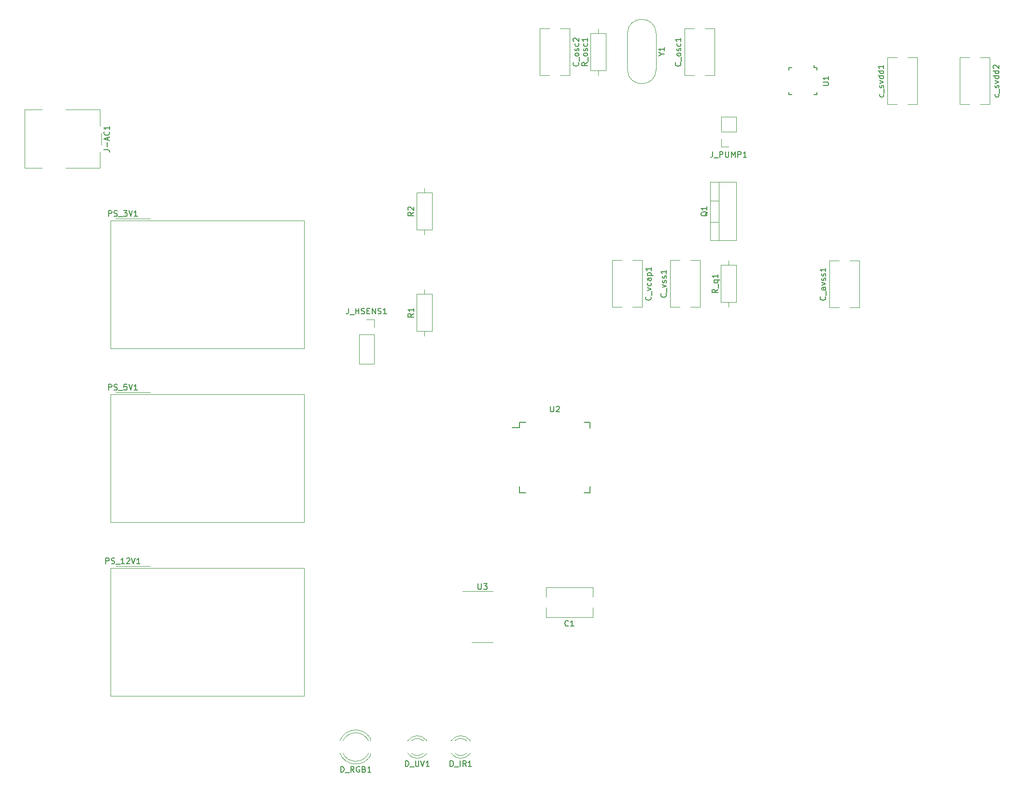
<source format=gbr>
%TF.GenerationSoftware,KiCad,Pcbnew,(6.0.7)*%
%TF.CreationDate,2022-11-30T23:51:13-03:00*%
%TF.ProjectId,ea075_project,65613037-355f-4707-926f-6a6563742e6b,rev?*%
%TF.SameCoordinates,Original*%
%TF.FileFunction,Legend,Top*%
%TF.FilePolarity,Positive*%
%FSLAX46Y46*%
G04 Gerber Fmt 4.6, Leading zero omitted, Abs format (unit mm)*
G04 Created by KiCad (PCBNEW (6.0.7)) date 2022-11-30 23:51:13*
%MOMM*%
%LPD*%
G01*
G04 APERTURE LIST*
%ADD10C,0.150000*%
%ADD11C,0.120000*%
G04 APERTURE END LIST*
D10*
%TO.C,C_vss1*%
X169327142Y-82938095D02*
X169374761Y-82985714D01*
X169422380Y-83128571D01*
X169422380Y-83223809D01*
X169374761Y-83366666D01*
X169279523Y-83461904D01*
X169184285Y-83509523D01*
X168993809Y-83557142D01*
X168850952Y-83557142D01*
X168660476Y-83509523D01*
X168565238Y-83461904D01*
X168470000Y-83366666D01*
X168422380Y-83223809D01*
X168422380Y-83128571D01*
X168470000Y-82985714D01*
X168517619Y-82938095D01*
X169517619Y-82747619D02*
X169517619Y-81985714D01*
X168755714Y-81842857D02*
X169422380Y-81604761D01*
X168755714Y-81366666D01*
X169374761Y-81033333D02*
X169422380Y-80938095D01*
X169422380Y-80747619D01*
X169374761Y-80652380D01*
X169279523Y-80604761D01*
X169231904Y-80604761D01*
X169136666Y-80652380D01*
X169089047Y-80747619D01*
X169089047Y-80890476D01*
X169041428Y-80985714D01*
X168946190Y-81033333D01*
X168898571Y-81033333D01*
X168803333Y-80985714D01*
X168755714Y-80890476D01*
X168755714Y-80747619D01*
X168803333Y-80652380D01*
X169374761Y-80223809D02*
X169422380Y-80128571D01*
X169422380Y-79938095D01*
X169374761Y-79842857D01*
X169279523Y-79795238D01*
X169231904Y-79795238D01*
X169136666Y-79842857D01*
X169089047Y-79938095D01*
X169089047Y-80080952D01*
X169041428Y-80176190D01*
X168946190Y-80223809D01*
X168898571Y-80223809D01*
X168803333Y-80176190D01*
X168755714Y-80080952D01*
X168755714Y-79938095D01*
X168803333Y-79842857D01*
X169422380Y-78842857D02*
X169422380Y-79414285D01*
X169422380Y-79128571D02*
X168422380Y-79128571D01*
X168565238Y-79223809D01*
X168660476Y-79319047D01*
X168708095Y-79414285D01*
%TO.C,C_vcap1*%
X166667142Y-83461904D02*
X166714761Y-83509523D01*
X166762380Y-83652380D01*
X166762380Y-83747619D01*
X166714761Y-83890476D01*
X166619523Y-83985714D01*
X166524285Y-84033333D01*
X166333809Y-84080952D01*
X166190952Y-84080952D01*
X166000476Y-84033333D01*
X165905238Y-83985714D01*
X165810000Y-83890476D01*
X165762380Y-83747619D01*
X165762380Y-83652380D01*
X165810000Y-83509523D01*
X165857619Y-83461904D01*
X166857619Y-83271428D02*
X166857619Y-82509523D01*
X166095714Y-82366666D02*
X166762380Y-82128571D01*
X166095714Y-81890476D01*
X166714761Y-81080952D02*
X166762380Y-81176190D01*
X166762380Y-81366666D01*
X166714761Y-81461904D01*
X166667142Y-81509523D01*
X166571904Y-81557142D01*
X166286190Y-81557142D01*
X166190952Y-81509523D01*
X166143333Y-81461904D01*
X166095714Y-81366666D01*
X166095714Y-81176190D01*
X166143333Y-81080952D01*
X166762380Y-80223809D02*
X166238571Y-80223809D01*
X166143333Y-80271428D01*
X166095714Y-80366666D01*
X166095714Y-80557142D01*
X166143333Y-80652380D01*
X166714761Y-80223809D02*
X166762380Y-80319047D01*
X166762380Y-80557142D01*
X166714761Y-80652380D01*
X166619523Y-80700000D01*
X166524285Y-80700000D01*
X166429047Y-80652380D01*
X166381428Y-80557142D01*
X166381428Y-80319047D01*
X166333809Y-80223809D01*
X166095714Y-79747619D02*
X167095714Y-79747619D01*
X166143333Y-79747619D02*
X166095714Y-79652380D01*
X166095714Y-79461904D01*
X166143333Y-79366666D01*
X166190952Y-79319047D01*
X166286190Y-79271428D01*
X166571904Y-79271428D01*
X166667142Y-79319047D01*
X166714761Y-79366666D01*
X166762380Y-79461904D01*
X166762380Y-79652380D01*
X166714761Y-79747619D01*
X166762380Y-78319047D02*
X166762380Y-78890476D01*
X166762380Y-78604761D02*
X165762380Y-78604761D01*
X165905238Y-78700000D01*
X166000476Y-78795238D01*
X166048095Y-78890476D01*
%TO.C,c_svdd2*%
X227674761Y-47949523D02*
X227722380Y-48044761D01*
X227722380Y-48235238D01*
X227674761Y-48330476D01*
X227627142Y-48378095D01*
X227531904Y-48425714D01*
X227246190Y-48425714D01*
X227150952Y-48378095D01*
X227103333Y-48330476D01*
X227055714Y-48235238D01*
X227055714Y-48044761D01*
X227103333Y-47949523D01*
X227817619Y-47759047D02*
X227817619Y-46997142D01*
X227674761Y-46806666D02*
X227722380Y-46711428D01*
X227722380Y-46520952D01*
X227674761Y-46425714D01*
X227579523Y-46378095D01*
X227531904Y-46378095D01*
X227436666Y-46425714D01*
X227389047Y-46520952D01*
X227389047Y-46663809D01*
X227341428Y-46759047D01*
X227246190Y-46806666D01*
X227198571Y-46806666D01*
X227103333Y-46759047D01*
X227055714Y-46663809D01*
X227055714Y-46520952D01*
X227103333Y-46425714D01*
X227055714Y-46044761D02*
X227722380Y-45806666D01*
X227055714Y-45568571D01*
X227722380Y-44759047D02*
X226722380Y-44759047D01*
X227674761Y-44759047D02*
X227722380Y-44854285D01*
X227722380Y-45044761D01*
X227674761Y-45140000D01*
X227627142Y-45187619D01*
X227531904Y-45235238D01*
X227246190Y-45235238D01*
X227150952Y-45187619D01*
X227103333Y-45140000D01*
X227055714Y-45044761D01*
X227055714Y-44854285D01*
X227103333Y-44759047D01*
X227722380Y-43854285D02*
X226722380Y-43854285D01*
X227674761Y-43854285D02*
X227722380Y-43949523D01*
X227722380Y-44140000D01*
X227674761Y-44235238D01*
X227627142Y-44282857D01*
X227531904Y-44330476D01*
X227246190Y-44330476D01*
X227150952Y-44282857D01*
X227103333Y-44235238D01*
X227055714Y-44140000D01*
X227055714Y-43949523D01*
X227103333Y-43854285D01*
X226817619Y-43425714D02*
X226770000Y-43378095D01*
X226722380Y-43282857D01*
X226722380Y-43044761D01*
X226770000Y-42949523D01*
X226817619Y-42901904D01*
X226912857Y-42854285D01*
X227008095Y-42854285D01*
X227150952Y-42901904D01*
X227722380Y-43473333D01*
X227722380Y-42854285D01*
%TO.C,c_svdd1*%
X207474761Y-47949523D02*
X207522380Y-48044761D01*
X207522380Y-48235238D01*
X207474761Y-48330476D01*
X207427142Y-48378095D01*
X207331904Y-48425714D01*
X207046190Y-48425714D01*
X206950952Y-48378095D01*
X206903333Y-48330476D01*
X206855714Y-48235238D01*
X206855714Y-48044761D01*
X206903333Y-47949523D01*
X207617619Y-47759047D02*
X207617619Y-46997142D01*
X207474761Y-46806666D02*
X207522380Y-46711428D01*
X207522380Y-46520952D01*
X207474761Y-46425714D01*
X207379523Y-46378095D01*
X207331904Y-46378095D01*
X207236666Y-46425714D01*
X207189047Y-46520952D01*
X207189047Y-46663809D01*
X207141428Y-46759047D01*
X207046190Y-46806666D01*
X206998571Y-46806666D01*
X206903333Y-46759047D01*
X206855714Y-46663809D01*
X206855714Y-46520952D01*
X206903333Y-46425714D01*
X206855714Y-46044761D02*
X207522380Y-45806666D01*
X206855714Y-45568571D01*
X207522380Y-44759047D02*
X206522380Y-44759047D01*
X207474761Y-44759047D02*
X207522380Y-44854285D01*
X207522380Y-45044761D01*
X207474761Y-45140000D01*
X207427142Y-45187619D01*
X207331904Y-45235238D01*
X207046190Y-45235238D01*
X206950952Y-45187619D01*
X206903333Y-45140000D01*
X206855714Y-45044761D01*
X206855714Y-44854285D01*
X206903333Y-44759047D01*
X207522380Y-43854285D02*
X206522380Y-43854285D01*
X207474761Y-43854285D02*
X207522380Y-43949523D01*
X207522380Y-44140000D01*
X207474761Y-44235238D01*
X207427142Y-44282857D01*
X207331904Y-44330476D01*
X207046190Y-44330476D01*
X206950952Y-44282857D01*
X206903333Y-44235238D01*
X206855714Y-44140000D01*
X206855714Y-43949523D01*
X206903333Y-43854285D01*
X207522380Y-42854285D02*
X207522380Y-43425714D01*
X207522380Y-43140000D02*
X206522380Y-43140000D01*
X206665238Y-43235238D01*
X206760476Y-43330476D01*
X206808095Y-43425714D01*
%TO.C,C_osc2*%
X153967142Y-42393333D02*
X154014761Y-42440952D01*
X154062380Y-42583809D01*
X154062380Y-42679047D01*
X154014761Y-42821904D01*
X153919523Y-42917142D01*
X153824285Y-42964761D01*
X153633809Y-43012380D01*
X153490952Y-43012380D01*
X153300476Y-42964761D01*
X153205238Y-42917142D01*
X153110000Y-42821904D01*
X153062380Y-42679047D01*
X153062380Y-42583809D01*
X153110000Y-42440952D01*
X153157619Y-42393333D01*
X154157619Y-42202857D02*
X154157619Y-41440952D01*
X154062380Y-41060000D02*
X154014761Y-41155238D01*
X153967142Y-41202857D01*
X153871904Y-41250476D01*
X153586190Y-41250476D01*
X153490952Y-41202857D01*
X153443333Y-41155238D01*
X153395714Y-41060000D01*
X153395714Y-40917142D01*
X153443333Y-40821904D01*
X153490952Y-40774285D01*
X153586190Y-40726666D01*
X153871904Y-40726666D01*
X153967142Y-40774285D01*
X154014761Y-40821904D01*
X154062380Y-40917142D01*
X154062380Y-41060000D01*
X154014761Y-40345714D02*
X154062380Y-40250476D01*
X154062380Y-40060000D01*
X154014761Y-39964761D01*
X153919523Y-39917142D01*
X153871904Y-39917142D01*
X153776666Y-39964761D01*
X153729047Y-40060000D01*
X153729047Y-40202857D01*
X153681428Y-40298095D01*
X153586190Y-40345714D01*
X153538571Y-40345714D01*
X153443333Y-40298095D01*
X153395714Y-40202857D01*
X153395714Y-40060000D01*
X153443333Y-39964761D01*
X154014761Y-39060000D02*
X154062380Y-39155238D01*
X154062380Y-39345714D01*
X154014761Y-39440952D01*
X153967142Y-39488571D01*
X153871904Y-39536190D01*
X153586190Y-39536190D01*
X153490952Y-39488571D01*
X153443333Y-39440952D01*
X153395714Y-39345714D01*
X153395714Y-39155238D01*
X153443333Y-39060000D01*
X153157619Y-38679047D02*
X153110000Y-38631428D01*
X153062380Y-38536190D01*
X153062380Y-38298095D01*
X153110000Y-38202857D01*
X153157619Y-38155238D01*
X153252857Y-38107619D01*
X153348095Y-38107619D01*
X153490952Y-38155238D01*
X154062380Y-38726666D01*
X154062380Y-38107619D01*
%TO.C,C_osc1*%
X171867142Y-42393333D02*
X171914761Y-42440952D01*
X171962380Y-42583809D01*
X171962380Y-42679047D01*
X171914761Y-42821904D01*
X171819523Y-42917142D01*
X171724285Y-42964761D01*
X171533809Y-43012380D01*
X171390952Y-43012380D01*
X171200476Y-42964761D01*
X171105238Y-42917142D01*
X171010000Y-42821904D01*
X170962380Y-42679047D01*
X170962380Y-42583809D01*
X171010000Y-42440952D01*
X171057619Y-42393333D01*
X172057619Y-42202857D02*
X172057619Y-41440952D01*
X171962380Y-41060000D02*
X171914761Y-41155238D01*
X171867142Y-41202857D01*
X171771904Y-41250476D01*
X171486190Y-41250476D01*
X171390952Y-41202857D01*
X171343333Y-41155238D01*
X171295714Y-41060000D01*
X171295714Y-40917142D01*
X171343333Y-40821904D01*
X171390952Y-40774285D01*
X171486190Y-40726666D01*
X171771904Y-40726666D01*
X171867142Y-40774285D01*
X171914761Y-40821904D01*
X171962380Y-40917142D01*
X171962380Y-41060000D01*
X171914761Y-40345714D02*
X171962380Y-40250476D01*
X171962380Y-40060000D01*
X171914761Y-39964761D01*
X171819523Y-39917142D01*
X171771904Y-39917142D01*
X171676666Y-39964761D01*
X171629047Y-40060000D01*
X171629047Y-40202857D01*
X171581428Y-40298095D01*
X171486190Y-40345714D01*
X171438571Y-40345714D01*
X171343333Y-40298095D01*
X171295714Y-40202857D01*
X171295714Y-40060000D01*
X171343333Y-39964761D01*
X171914761Y-39060000D02*
X171962380Y-39155238D01*
X171962380Y-39345714D01*
X171914761Y-39440952D01*
X171867142Y-39488571D01*
X171771904Y-39536190D01*
X171486190Y-39536190D01*
X171390952Y-39488571D01*
X171343333Y-39440952D01*
X171295714Y-39345714D01*
X171295714Y-39155238D01*
X171343333Y-39060000D01*
X171962380Y-38107619D02*
X171962380Y-38679047D01*
X171962380Y-38393333D02*
X170962380Y-38393333D01*
X171105238Y-38488571D01*
X171200476Y-38583809D01*
X171248095Y-38679047D01*
%TO.C,C_avss1*%
X197267142Y-83470476D02*
X197314761Y-83518095D01*
X197362380Y-83660952D01*
X197362380Y-83756190D01*
X197314761Y-83899047D01*
X197219523Y-83994285D01*
X197124285Y-84041904D01*
X196933809Y-84089523D01*
X196790952Y-84089523D01*
X196600476Y-84041904D01*
X196505238Y-83994285D01*
X196410000Y-83899047D01*
X196362380Y-83756190D01*
X196362380Y-83660952D01*
X196410000Y-83518095D01*
X196457619Y-83470476D01*
X197457619Y-83280000D02*
X197457619Y-82518095D01*
X197362380Y-81851428D02*
X196838571Y-81851428D01*
X196743333Y-81899047D01*
X196695714Y-81994285D01*
X196695714Y-82184761D01*
X196743333Y-82280000D01*
X197314761Y-81851428D02*
X197362380Y-81946666D01*
X197362380Y-82184761D01*
X197314761Y-82280000D01*
X197219523Y-82327619D01*
X197124285Y-82327619D01*
X197029047Y-82280000D01*
X196981428Y-82184761D01*
X196981428Y-81946666D01*
X196933809Y-81851428D01*
X196695714Y-81470476D02*
X197362380Y-81232380D01*
X196695714Y-80994285D01*
X197314761Y-80660952D02*
X197362380Y-80565714D01*
X197362380Y-80375238D01*
X197314761Y-80280000D01*
X197219523Y-80232380D01*
X197171904Y-80232380D01*
X197076666Y-80280000D01*
X197029047Y-80375238D01*
X197029047Y-80518095D01*
X196981428Y-80613333D01*
X196886190Y-80660952D01*
X196838571Y-80660952D01*
X196743333Y-80613333D01*
X196695714Y-80518095D01*
X196695714Y-80375238D01*
X196743333Y-80280000D01*
X197314761Y-79851428D02*
X197362380Y-79756190D01*
X197362380Y-79565714D01*
X197314761Y-79470476D01*
X197219523Y-79422857D01*
X197171904Y-79422857D01*
X197076666Y-79470476D01*
X197029047Y-79565714D01*
X197029047Y-79708571D01*
X196981428Y-79803809D01*
X196886190Y-79851428D01*
X196838571Y-79851428D01*
X196743333Y-79803809D01*
X196695714Y-79708571D01*
X196695714Y-79565714D01*
X196743333Y-79470476D01*
X197362380Y-78470476D02*
X197362380Y-79041904D01*
X197362380Y-78756190D02*
X196362380Y-78756190D01*
X196505238Y-78851428D01*
X196600476Y-78946666D01*
X196648095Y-79041904D01*
%TO.C,C1*%
X152233333Y-141187142D02*
X152185714Y-141234761D01*
X152042857Y-141282380D01*
X151947619Y-141282380D01*
X151804761Y-141234761D01*
X151709523Y-141139523D01*
X151661904Y-141044285D01*
X151614285Y-140853809D01*
X151614285Y-140710952D01*
X151661904Y-140520476D01*
X151709523Y-140425238D01*
X151804761Y-140330000D01*
X151947619Y-140282380D01*
X152042857Y-140282380D01*
X152185714Y-140330000D01*
X152233333Y-140377619D01*
X153185714Y-141282380D02*
X152614285Y-141282380D01*
X152900000Y-141282380D02*
X152900000Y-140282380D01*
X152804761Y-140425238D01*
X152709523Y-140520476D01*
X152614285Y-140568095D01*
%TO.C,J-AC1*%
X70752380Y-57680952D02*
X71466666Y-57680952D01*
X71609523Y-57728571D01*
X71704761Y-57823809D01*
X71752380Y-57966666D01*
X71752380Y-58061904D01*
X71371428Y-57204761D02*
X71371428Y-56442857D01*
X71466666Y-56014285D02*
X71466666Y-55538095D01*
X71752380Y-56109523D02*
X70752380Y-55776190D01*
X71752380Y-55442857D01*
X71657142Y-54538095D02*
X71704761Y-54585714D01*
X71752380Y-54728571D01*
X71752380Y-54823809D01*
X71704761Y-54966666D01*
X71609523Y-55061904D01*
X71514285Y-55109523D01*
X71323809Y-55157142D01*
X71180952Y-55157142D01*
X70990476Y-55109523D01*
X70895238Y-55061904D01*
X70800000Y-54966666D01*
X70752380Y-54823809D01*
X70752380Y-54728571D01*
X70800000Y-54585714D01*
X70847619Y-54538095D01*
X71752380Y-53585714D02*
X71752380Y-54157142D01*
X71752380Y-53871428D02*
X70752380Y-53871428D01*
X70895238Y-53966666D01*
X70990476Y-54061904D01*
X71038095Y-54157142D01*
%TO.C,J_PUMP1*%
X177530476Y-58022380D02*
X177530476Y-58736666D01*
X177482857Y-58879523D01*
X177387619Y-58974761D01*
X177244761Y-59022380D01*
X177149523Y-59022380D01*
X177768571Y-59117619D02*
X178530476Y-59117619D01*
X178768571Y-59022380D02*
X178768571Y-58022380D01*
X179149523Y-58022380D01*
X179244761Y-58070000D01*
X179292380Y-58117619D01*
X179340000Y-58212857D01*
X179340000Y-58355714D01*
X179292380Y-58450952D01*
X179244761Y-58498571D01*
X179149523Y-58546190D01*
X178768571Y-58546190D01*
X179768571Y-58022380D02*
X179768571Y-58831904D01*
X179816190Y-58927142D01*
X179863809Y-58974761D01*
X179959047Y-59022380D01*
X180149523Y-59022380D01*
X180244761Y-58974761D01*
X180292380Y-58927142D01*
X180340000Y-58831904D01*
X180340000Y-58022380D01*
X180816190Y-59022380D02*
X180816190Y-58022380D01*
X181149523Y-58736666D01*
X181482857Y-58022380D01*
X181482857Y-59022380D01*
X181959047Y-59022380D02*
X181959047Y-58022380D01*
X182340000Y-58022380D01*
X182435238Y-58070000D01*
X182482857Y-58117619D01*
X182530476Y-58212857D01*
X182530476Y-58355714D01*
X182482857Y-58450952D01*
X182435238Y-58498571D01*
X182340000Y-58546190D01*
X181959047Y-58546190D01*
X183482857Y-59022380D02*
X182911428Y-59022380D01*
X183197142Y-59022380D02*
X183197142Y-58022380D01*
X183101904Y-58165238D01*
X183006666Y-58260476D01*
X182911428Y-58308095D01*
%TO.C,J_HSENS1*%
X113673333Y-85502380D02*
X113673333Y-86216666D01*
X113625714Y-86359523D01*
X113530476Y-86454761D01*
X113387619Y-86502380D01*
X113292380Y-86502380D01*
X113911428Y-86597619D02*
X114673333Y-86597619D01*
X114911428Y-86502380D02*
X114911428Y-85502380D01*
X114911428Y-85978571D02*
X115482857Y-85978571D01*
X115482857Y-86502380D02*
X115482857Y-85502380D01*
X115911428Y-86454761D02*
X116054285Y-86502380D01*
X116292380Y-86502380D01*
X116387619Y-86454761D01*
X116435238Y-86407142D01*
X116482857Y-86311904D01*
X116482857Y-86216666D01*
X116435238Y-86121428D01*
X116387619Y-86073809D01*
X116292380Y-86026190D01*
X116101904Y-85978571D01*
X116006666Y-85930952D01*
X115959047Y-85883333D01*
X115911428Y-85788095D01*
X115911428Y-85692857D01*
X115959047Y-85597619D01*
X116006666Y-85550000D01*
X116101904Y-85502380D01*
X116340000Y-85502380D01*
X116482857Y-85550000D01*
X116911428Y-85978571D02*
X117244761Y-85978571D01*
X117387619Y-86502380D02*
X116911428Y-86502380D01*
X116911428Y-85502380D01*
X117387619Y-85502380D01*
X117816190Y-86502380D02*
X117816190Y-85502380D01*
X118387619Y-86502380D01*
X118387619Y-85502380D01*
X118816190Y-86454761D02*
X118959047Y-86502380D01*
X119197142Y-86502380D01*
X119292380Y-86454761D01*
X119340000Y-86407142D01*
X119387619Y-86311904D01*
X119387619Y-86216666D01*
X119340000Y-86121428D01*
X119292380Y-86073809D01*
X119197142Y-86026190D01*
X119006666Y-85978571D01*
X118911428Y-85930952D01*
X118863809Y-85883333D01*
X118816190Y-85788095D01*
X118816190Y-85692857D01*
X118863809Y-85597619D01*
X118911428Y-85550000D01*
X119006666Y-85502380D01*
X119244761Y-85502380D01*
X119387619Y-85550000D01*
X120340000Y-86502380D02*
X119768571Y-86502380D01*
X120054285Y-86502380D02*
X120054285Y-85502380D01*
X119959047Y-85645238D01*
X119863809Y-85740476D01*
X119768571Y-85788095D01*
%TO.C,PS_12V1*%
X71123809Y-130329880D02*
X71123809Y-129329880D01*
X71504761Y-129329880D01*
X71600000Y-129377500D01*
X71647619Y-129425119D01*
X71695238Y-129520357D01*
X71695238Y-129663214D01*
X71647619Y-129758452D01*
X71600000Y-129806071D01*
X71504761Y-129853690D01*
X71123809Y-129853690D01*
X72076190Y-130282261D02*
X72219047Y-130329880D01*
X72457142Y-130329880D01*
X72552380Y-130282261D01*
X72600000Y-130234642D01*
X72647619Y-130139404D01*
X72647619Y-130044166D01*
X72600000Y-129948928D01*
X72552380Y-129901309D01*
X72457142Y-129853690D01*
X72266666Y-129806071D01*
X72171428Y-129758452D01*
X72123809Y-129710833D01*
X72076190Y-129615595D01*
X72076190Y-129520357D01*
X72123809Y-129425119D01*
X72171428Y-129377500D01*
X72266666Y-129329880D01*
X72504761Y-129329880D01*
X72647619Y-129377500D01*
X72838095Y-130425119D02*
X73600000Y-130425119D01*
X74361904Y-130329880D02*
X73790476Y-130329880D01*
X74076190Y-130329880D02*
X74076190Y-129329880D01*
X73980952Y-129472738D01*
X73885714Y-129567976D01*
X73790476Y-129615595D01*
X74742857Y-129425119D02*
X74790476Y-129377500D01*
X74885714Y-129329880D01*
X75123809Y-129329880D01*
X75219047Y-129377500D01*
X75266666Y-129425119D01*
X75314285Y-129520357D01*
X75314285Y-129615595D01*
X75266666Y-129758452D01*
X74695238Y-130329880D01*
X75314285Y-130329880D01*
X75600000Y-129329880D02*
X75933333Y-130329880D01*
X76266666Y-129329880D01*
X77123809Y-130329880D02*
X76552380Y-130329880D01*
X76838095Y-130329880D02*
X76838095Y-129329880D01*
X76742857Y-129472738D01*
X76647619Y-129567976D01*
X76552380Y-129615595D01*
%TO.C,PS_5V1*%
X71600000Y-99849880D02*
X71600000Y-98849880D01*
X71980952Y-98849880D01*
X72076190Y-98897500D01*
X72123809Y-98945119D01*
X72171428Y-99040357D01*
X72171428Y-99183214D01*
X72123809Y-99278452D01*
X72076190Y-99326071D01*
X71980952Y-99373690D01*
X71600000Y-99373690D01*
X72552380Y-99802261D02*
X72695238Y-99849880D01*
X72933333Y-99849880D01*
X73028571Y-99802261D01*
X73076190Y-99754642D01*
X73123809Y-99659404D01*
X73123809Y-99564166D01*
X73076190Y-99468928D01*
X73028571Y-99421309D01*
X72933333Y-99373690D01*
X72742857Y-99326071D01*
X72647619Y-99278452D01*
X72600000Y-99230833D01*
X72552380Y-99135595D01*
X72552380Y-99040357D01*
X72600000Y-98945119D01*
X72647619Y-98897500D01*
X72742857Y-98849880D01*
X72980952Y-98849880D01*
X73123809Y-98897500D01*
X73314285Y-99945119D02*
X74076190Y-99945119D01*
X74790476Y-98849880D02*
X74314285Y-98849880D01*
X74266666Y-99326071D01*
X74314285Y-99278452D01*
X74409523Y-99230833D01*
X74647619Y-99230833D01*
X74742857Y-99278452D01*
X74790476Y-99326071D01*
X74838095Y-99421309D01*
X74838095Y-99659404D01*
X74790476Y-99754642D01*
X74742857Y-99802261D01*
X74647619Y-99849880D01*
X74409523Y-99849880D01*
X74314285Y-99802261D01*
X74266666Y-99754642D01*
X75123809Y-98849880D02*
X75457142Y-99849880D01*
X75790476Y-98849880D01*
X76647619Y-99849880D02*
X76076190Y-99849880D01*
X76361904Y-99849880D02*
X76361904Y-98849880D01*
X76266666Y-98992738D01*
X76171428Y-99087976D01*
X76076190Y-99135595D01*
%TO.C,PS_3V1*%
X71600000Y-69369880D02*
X71600000Y-68369880D01*
X71980952Y-68369880D01*
X72076190Y-68417500D01*
X72123809Y-68465119D01*
X72171428Y-68560357D01*
X72171428Y-68703214D01*
X72123809Y-68798452D01*
X72076190Y-68846071D01*
X71980952Y-68893690D01*
X71600000Y-68893690D01*
X72552380Y-69322261D02*
X72695238Y-69369880D01*
X72933333Y-69369880D01*
X73028571Y-69322261D01*
X73076190Y-69274642D01*
X73123809Y-69179404D01*
X73123809Y-69084166D01*
X73076190Y-68988928D01*
X73028571Y-68941309D01*
X72933333Y-68893690D01*
X72742857Y-68846071D01*
X72647619Y-68798452D01*
X72600000Y-68750833D01*
X72552380Y-68655595D01*
X72552380Y-68560357D01*
X72600000Y-68465119D01*
X72647619Y-68417500D01*
X72742857Y-68369880D01*
X72980952Y-68369880D01*
X73123809Y-68417500D01*
X73314285Y-69465119D02*
X74076190Y-69465119D01*
X74219047Y-68369880D02*
X74838095Y-68369880D01*
X74504761Y-68750833D01*
X74647619Y-68750833D01*
X74742857Y-68798452D01*
X74790476Y-68846071D01*
X74838095Y-68941309D01*
X74838095Y-69179404D01*
X74790476Y-69274642D01*
X74742857Y-69322261D01*
X74647619Y-69369880D01*
X74361904Y-69369880D01*
X74266666Y-69322261D01*
X74219047Y-69274642D01*
X75123809Y-68369880D02*
X75457142Y-69369880D01*
X75790476Y-68369880D01*
X76647619Y-69369880D02*
X76076190Y-69369880D01*
X76361904Y-69369880D02*
X76361904Y-68369880D01*
X76266666Y-68512738D01*
X76171428Y-68607976D01*
X76076190Y-68655595D01*
%TO.C,Y1*%
X168601190Y-40946190D02*
X169077380Y-40946190D01*
X168077380Y-41279523D02*
X168601190Y-40946190D01*
X168077380Y-40612857D01*
X169077380Y-39755714D02*
X169077380Y-40327142D01*
X169077380Y-40041428D02*
X168077380Y-40041428D01*
X168220238Y-40136666D01*
X168315476Y-40231904D01*
X168363095Y-40327142D01*
%TO.C,D_UV1*%
X123658571Y-165892380D02*
X123658571Y-164892380D01*
X123896666Y-164892380D01*
X124039523Y-164940000D01*
X124134761Y-165035238D01*
X124182380Y-165130476D01*
X124230000Y-165320952D01*
X124230000Y-165463809D01*
X124182380Y-165654285D01*
X124134761Y-165749523D01*
X124039523Y-165844761D01*
X123896666Y-165892380D01*
X123658571Y-165892380D01*
X124420476Y-165987619D02*
X125182380Y-165987619D01*
X125420476Y-164892380D02*
X125420476Y-165701904D01*
X125468095Y-165797142D01*
X125515714Y-165844761D01*
X125610952Y-165892380D01*
X125801428Y-165892380D01*
X125896666Y-165844761D01*
X125944285Y-165797142D01*
X125991904Y-165701904D01*
X125991904Y-164892380D01*
X126325238Y-164892380D02*
X126658571Y-165892380D01*
X126991904Y-164892380D01*
X127849047Y-165892380D02*
X127277619Y-165892380D01*
X127563333Y-165892380D02*
X127563333Y-164892380D01*
X127468095Y-165035238D01*
X127372857Y-165130476D01*
X127277619Y-165178095D01*
%TO.C,D_IR1*%
X131492857Y-165892380D02*
X131492857Y-164892380D01*
X131730952Y-164892380D01*
X131873809Y-164940000D01*
X131969047Y-165035238D01*
X132016666Y-165130476D01*
X132064285Y-165320952D01*
X132064285Y-165463809D01*
X132016666Y-165654285D01*
X131969047Y-165749523D01*
X131873809Y-165844761D01*
X131730952Y-165892380D01*
X131492857Y-165892380D01*
X132254761Y-165987619D02*
X133016666Y-165987619D01*
X133254761Y-165892380D02*
X133254761Y-164892380D01*
X134302380Y-165892380D02*
X133969047Y-165416190D01*
X133730952Y-165892380D02*
X133730952Y-164892380D01*
X134111904Y-164892380D01*
X134207142Y-164940000D01*
X134254761Y-164987619D01*
X134302380Y-165082857D01*
X134302380Y-165225714D01*
X134254761Y-165320952D01*
X134207142Y-165368571D01*
X134111904Y-165416190D01*
X133730952Y-165416190D01*
X135254761Y-165892380D02*
X134683333Y-165892380D01*
X134969047Y-165892380D02*
X134969047Y-164892380D01*
X134873809Y-165035238D01*
X134778571Y-165130476D01*
X134683333Y-165178095D01*
%TO.C,D_RGB1*%
X112315952Y-166892380D02*
X112315952Y-165892380D01*
X112554047Y-165892380D01*
X112696904Y-165940000D01*
X112792142Y-166035238D01*
X112839761Y-166130476D01*
X112887380Y-166320952D01*
X112887380Y-166463809D01*
X112839761Y-166654285D01*
X112792142Y-166749523D01*
X112696904Y-166844761D01*
X112554047Y-166892380D01*
X112315952Y-166892380D01*
X113077857Y-166987619D02*
X113839761Y-166987619D01*
X114649285Y-166892380D02*
X114315952Y-166416190D01*
X114077857Y-166892380D02*
X114077857Y-165892380D01*
X114458809Y-165892380D01*
X114554047Y-165940000D01*
X114601666Y-165987619D01*
X114649285Y-166082857D01*
X114649285Y-166225714D01*
X114601666Y-166320952D01*
X114554047Y-166368571D01*
X114458809Y-166416190D01*
X114077857Y-166416190D01*
X115601666Y-165940000D02*
X115506428Y-165892380D01*
X115363571Y-165892380D01*
X115220714Y-165940000D01*
X115125476Y-166035238D01*
X115077857Y-166130476D01*
X115030238Y-166320952D01*
X115030238Y-166463809D01*
X115077857Y-166654285D01*
X115125476Y-166749523D01*
X115220714Y-166844761D01*
X115363571Y-166892380D01*
X115458809Y-166892380D01*
X115601666Y-166844761D01*
X115649285Y-166797142D01*
X115649285Y-166463809D01*
X115458809Y-166463809D01*
X116411190Y-166368571D02*
X116554047Y-166416190D01*
X116601666Y-166463809D01*
X116649285Y-166559047D01*
X116649285Y-166701904D01*
X116601666Y-166797142D01*
X116554047Y-166844761D01*
X116458809Y-166892380D01*
X116077857Y-166892380D01*
X116077857Y-165892380D01*
X116411190Y-165892380D01*
X116506428Y-165940000D01*
X116554047Y-165987619D01*
X116601666Y-166082857D01*
X116601666Y-166178095D01*
X116554047Y-166273333D01*
X116506428Y-166320952D01*
X116411190Y-166368571D01*
X116077857Y-166368571D01*
X117601666Y-166892380D02*
X117030238Y-166892380D01*
X117315952Y-166892380D02*
X117315952Y-165892380D01*
X117220714Y-166035238D01*
X117125476Y-166130476D01*
X117030238Y-166178095D01*
%TO.C,U1*%
X196882380Y-46401904D02*
X197691904Y-46401904D01*
X197787142Y-46354285D01*
X197834761Y-46306666D01*
X197882380Y-46211428D01*
X197882380Y-46020952D01*
X197834761Y-45925714D01*
X197787142Y-45878095D01*
X197691904Y-45830476D01*
X196882380Y-45830476D01*
X197882380Y-44830476D02*
X197882380Y-45401904D01*
X197882380Y-45116190D02*
X196882380Y-45116190D01*
X197025238Y-45211428D01*
X197120476Y-45306666D01*
X197168095Y-45401904D01*
%TO.C,U2*%
X149098095Y-102682380D02*
X149098095Y-103491904D01*
X149145714Y-103587142D01*
X149193333Y-103634761D01*
X149288571Y-103682380D01*
X149479047Y-103682380D01*
X149574285Y-103634761D01*
X149621904Y-103587142D01*
X149669523Y-103491904D01*
X149669523Y-102682380D01*
X150098095Y-102777619D02*
X150145714Y-102730000D01*
X150240952Y-102682380D01*
X150479047Y-102682380D01*
X150574285Y-102730000D01*
X150621904Y-102777619D01*
X150669523Y-102872857D01*
X150669523Y-102968095D01*
X150621904Y-103110952D01*
X150050476Y-103682380D01*
X150669523Y-103682380D01*
%TO.C,U3*%
X136398095Y-133822380D02*
X136398095Y-134631904D01*
X136445714Y-134727142D01*
X136493333Y-134774761D01*
X136588571Y-134822380D01*
X136779047Y-134822380D01*
X136874285Y-134774761D01*
X136921904Y-134727142D01*
X136969523Y-134631904D01*
X136969523Y-133822380D01*
X137350476Y-133822380D02*
X137969523Y-133822380D01*
X137636190Y-134203333D01*
X137779047Y-134203333D01*
X137874285Y-134250952D01*
X137921904Y-134298571D01*
X137969523Y-134393809D01*
X137969523Y-134631904D01*
X137921904Y-134727142D01*
X137874285Y-134774761D01*
X137779047Y-134822380D01*
X137493333Y-134822380D01*
X137398095Y-134774761D01*
X137350476Y-134727142D01*
%TO.C,Q1*%
X176617619Y-68595238D02*
X176570000Y-68690476D01*
X176474761Y-68785714D01*
X176331904Y-68928571D01*
X176284285Y-69023809D01*
X176284285Y-69119047D01*
X176522380Y-69071428D02*
X176474761Y-69166666D01*
X176379523Y-69261904D01*
X176189047Y-69309523D01*
X175855714Y-69309523D01*
X175665238Y-69261904D01*
X175570000Y-69166666D01*
X175522380Y-69071428D01*
X175522380Y-68880952D01*
X175570000Y-68785714D01*
X175665238Y-68690476D01*
X175855714Y-68642857D01*
X176189047Y-68642857D01*
X176379523Y-68690476D01*
X176474761Y-68785714D01*
X176522380Y-68880952D01*
X176522380Y-69071428D01*
X176522380Y-67690476D02*
X176522380Y-68261904D01*
X176522380Y-67976190D02*
X175522380Y-67976190D01*
X175665238Y-68071428D01*
X175760476Y-68166666D01*
X175808095Y-68261904D01*
%TO.C,R_q1*%
X178422380Y-82200000D02*
X177946190Y-82533333D01*
X178422380Y-82771428D02*
X177422380Y-82771428D01*
X177422380Y-82390476D01*
X177470000Y-82295238D01*
X177517619Y-82247619D01*
X177612857Y-82200000D01*
X177755714Y-82200000D01*
X177850952Y-82247619D01*
X177898571Y-82295238D01*
X177946190Y-82390476D01*
X177946190Y-82771428D01*
X178517619Y-82009523D02*
X178517619Y-81247619D01*
X177755714Y-80580952D02*
X178755714Y-80580952D01*
X178374761Y-80580952D02*
X178422380Y-80676190D01*
X178422380Y-80866666D01*
X178374761Y-80961904D01*
X178327142Y-81009523D01*
X178231904Y-81057142D01*
X177946190Y-81057142D01*
X177850952Y-81009523D01*
X177803333Y-80961904D01*
X177755714Y-80866666D01*
X177755714Y-80676190D01*
X177803333Y-80580952D01*
X178422380Y-79580952D02*
X178422380Y-80152380D01*
X178422380Y-79866666D02*
X177422380Y-79866666D01*
X177565238Y-79961904D01*
X177660476Y-80057142D01*
X177708095Y-80152380D01*
%TO.C,R_osc1*%
X155562380Y-42393333D02*
X155086190Y-42726666D01*
X155562380Y-42964761D02*
X154562380Y-42964761D01*
X154562380Y-42583809D01*
X154610000Y-42488571D01*
X154657619Y-42440952D01*
X154752857Y-42393333D01*
X154895714Y-42393333D01*
X154990952Y-42440952D01*
X155038571Y-42488571D01*
X155086190Y-42583809D01*
X155086190Y-42964761D01*
X155657619Y-42202857D02*
X155657619Y-41440952D01*
X155562380Y-41060000D02*
X155514761Y-41155238D01*
X155467142Y-41202857D01*
X155371904Y-41250476D01*
X155086190Y-41250476D01*
X154990952Y-41202857D01*
X154943333Y-41155238D01*
X154895714Y-41060000D01*
X154895714Y-40917142D01*
X154943333Y-40821904D01*
X154990952Y-40774285D01*
X155086190Y-40726666D01*
X155371904Y-40726666D01*
X155467142Y-40774285D01*
X155514761Y-40821904D01*
X155562380Y-40917142D01*
X155562380Y-41060000D01*
X155514761Y-40345714D02*
X155562380Y-40250476D01*
X155562380Y-40060000D01*
X155514761Y-39964761D01*
X155419523Y-39917142D01*
X155371904Y-39917142D01*
X155276666Y-39964761D01*
X155229047Y-40060000D01*
X155229047Y-40202857D01*
X155181428Y-40298095D01*
X155086190Y-40345714D01*
X155038571Y-40345714D01*
X154943333Y-40298095D01*
X154895714Y-40202857D01*
X154895714Y-40060000D01*
X154943333Y-39964761D01*
X155514761Y-39060000D02*
X155562380Y-39155238D01*
X155562380Y-39345714D01*
X155514761Y-39440952D01*
X155467142Y-39488571D01*
X155371904Y-39536190D01*
X155086190Y-39536190D01*
X154990952Y-39488571D01*
X154943333Y-39440952D01*
X154895714Y-39345714D01*
X154895714Y-39155238D01*
X154943333Y-39060000D01*
X155562380Y-38107619D02*
X155562380Y-38679047D01*
X155562380Y-38393333D02*
X154562380Y-38393333D01*
X154705238Y-38488571D01*
X154800476Y-38583809D01*
X154848095Y-38679047D01*
%TO.C,R2*%
X125082380Y-68666666D02*
X124606190Y-69000000D01*
X125082380Y-69238095D02*
X124082380Y-69238095D01*
X124082380Y-68857142D01*
X124130000Y-68761904D01*
X124177619Y-68714285D01*
X124272857Y-68666666D01*
X124415714Y-68666666D01*
X124510952Y-68714285D01*
X124558571Y-68761904D01*
X124606190Y-68857142D01*
X124606190Y-69238095D01*
X124177619Y-68285714D02*
X124130000Y-68238095D01*
X124082380Y-68142857D01*
X124082380Y-67904761D01*
X124130000Y-67809523D01*
X124177619Y-67761904D01*
X124272857Y-67714285D01*
X124368095Y-67714285D01*
X124510952Y-67761904D01*
X125082380Y-68333333D01*
X125082380Y-67714285D01*
%TO.C,R1*%
X125082380Y-86446666D02*
X124606190Y-86780000D01*
X125082380Y-87018095D02*
X124082380Y-87018095D01*
X124082380Y-86637142D01*
X124130000Y-86541904D01*
X124177619Y-86494285D01*
X124272857Y-86446666D01*
X124415714Y-86446666D01*
X124510952Y-86494285D01*
X124558571Y-86541904D01*
X124606190Y-86637142D01*
X124606190Y-87018095D01*
X125082380Y-85494285D02*
X125082380Y-86065714D01*
X125082380Y-85780000D02*
X124082380Y-85780000D01*
X124225238Y-85875238D01*
X124320476Y-85970476D01*
X124368095Y-86065714D01*
D11*
%TO.C,C_vss1*%
X170100000Y-85320000D02*
X170100000Y-77080000D01*
X173666000Y-77080000D02*
X175340000Y-77080000D01*
X173666000Y-85320000D02*
X175340000Y-85320000D01*
X170100000Y-77080000D02*
X171774000Y-77080000D01*
X175340000Y-85320000D02*
X175340000Y-77080000D01*
X170100000Y-85320000D02*
X171774000Y-85320000D01*
%TO.C,C_vcap1*%
X165180000Y-77080000D02*
X165180000Y-85320000D01*
X161614000Y-85320000D02*
X159940000Y-85320000D01*
X161614000Y-77080000D02*
X159940000Y-77080000D01*
X165180000Y-85320000D02*
X163506000Y-85320000D01*
X159940000Y-77080000D02*
X159940000Y-85320000D01*
X165180000Y-77080000D02*
X163506000Y-77080000D01*
%TO.C,c_svdd2*%
X226140000Y-41520000D02*
X226140000Y-49760000D01*
X222574000Y-49760000D02*
X220900000Y-49760000D01*
X222574000Y-41520000D02*
X220900000Y-41520000D01*
X226140000Y-49760000D02*
X224466000Y-49760000D01*
X220900000Y-41520000D02*
X220900000Y-49760000D01*
X226140000Y-41520000D02*
X224466000Y-41520000D01*
%TO.C,c_svdd1*%
X208200000Y-49760000D02*
X208200000Y-41520000D01*
X211766000Y-41520000D02*
X213440000Y-41520000D01*
X211766000Y-49760000D02*
X213440000Y-49760000D01*
X208200000Y-41520000D02*
X209874000Y-41520000D01*
X213440000Y-49760000D02*
X213440000Y-41520000D01*
X208200000Y-49760000D02*
X209874000Y-49760000D01*
%TO.C,C_osc2*%
X152480000Y-36440000D02*
X150806000Y-36440000D01*
X147240000Y-36440000D02*
X147240000Y-44680000D01*
X152480000Y-44680000D02*
X150806000Y-44680000D01*
X148914000Y-36440000D02*
X147240000Y-36440000D01*
X148914000Y-44680000D02*
X147240000Y-44680000D01*
X152480000Y-36440000D02*
X152480000Y-44680000D01*
%TO.C,C_osc1*%
X172640000Y-44680000D02*
X174314000Y-44680000D01*
X177880000Y-44680000D02*
X177880000Y-36440000D01*
X172640000Y-36440000D02*
X174314000Y-36440000D01*
X176206000Y-44680000D02*
X177880000Y-44680000D01*
X176206000Y-36440000D02*
X177880000Y-36440000D01*
X172640000Y-44680000D02*
X172640000Y-36440000D01*
%TO.C,C_avss1*%
X198040000Y-85400000D02*
X199714000Y-85400000D01*
X203280000Y-85400000D02*
X203280000Y-77160000D01*
X198040000Y-77160000D02*
X199714000Y-77160000D01*
X201606000Y-85400000D02*
X203280000Y-85400000D01*
X201606000Y-77160000D02*
X203280000Y-77160000D01*
X198040000Y-85400000D02*
X198040000Y-77160000D01*
%TO.C,C1*%
X156520000Y-139700000D02*
X148280000Y-139700000D01*
X148280000Y-136134000D02*
X148280000Y-134460000D01*
X156520000Y-136134000D02*
X156520000Y-134460000D01*
X148280000Y-139700000D02*
X148280000Y-138026000D01*
X156520000Y-134460000D02*
X148280000Y-134460000D01*
X156520000Y-139700000D02*
X156520000Y-138026000D01*
%TO.C,J-AC1*%
X59950000Y-60910000D02*
X56890000Y-60910000D01*
X64050000Y-50690000D02*
X70110000Y-50690000D01*
X70110000Y-58100000D02*
X70110000Y-60910000D01*
X70110000Y-50690000D02*
X70110000Y-53500000D01*
X56890000Y-60910000D02*
X56890000Y-50690000D01*
X70300000Y-54800000D02*
X70300000Y-56800000D01*
X56890000Y-50690000D02*
X59950000Y-50690000D01*
X70110000Y-60910000D02*
X64050000Y-60910000D01*
%TO.C,J_PUMP1*%
X181670000Y-51930000D02*
X179010000Y-51930000D01*
X179010000Y-57130000D02*
X179010000Y-55800000D01*
X180340000Y-57130000D02*
X179010000Y-57130000D01*
X181670000Y-54530000D02*
X179010000Y-54530000D01*
X179010000Y-54530000D02*
X179010000Y-51930000D01*
X181670000Y-54530000D02*
X181670000Y-51930000D01*
%TO.C,J_HSENS1*%
X115510000Y-95230000D02*
X118170000Y-95230000D01*
X118170000Y-87490000D02*
X118170000Y-88820000D01*
X115510000Y-90090000D02*
X118170000Y-90090000D01*
X115510000Y-90090000D02*
X115510000Y-95230000D01*
X118170000Y-90090000D02*
X118170000Y-95230000D01*
X116840000Y-87490000D02*
X118170000Y-87490000D01*
%TO.C,PS_12V1*%
X71930000Y-153497500D02*
X105870000Y-153497500D01*
X71930000Y-131057500D02*
X105870000Y-131057500D01*
X105870000Y-131057500D02*
X105870000Y-153497500D01*
X72900000Y-130727500D02*
X78900000Y-130727500D01*
X71930000Y-153497500D02*
X71930000Y-131057500D01*
%TO.C,PS_5V1*%
X71930000Y-123017500D02*
X105870000Y-123017500D01*
X71930000Y-100577500D02*
X105870000Y-100577500D01*
X105870000Y-100577500D02*
X105870000Y-123017500D01*
X72900000Y-100247500D02*
X78900000Y-100247500D01*
X71930000Y-123017500D02*
X71930000Y-100577500D01*
%TO.C,PS_3V1*%
X71930000Y-92537500D02*
X105870000Y-92537500D01*
X71930000Y-70097500D02*
X105870000Y-70097500D01*
X105870000Y-70097500D02*
X105870000Y-92537500D01*
X72900000Y-69767500D02*
X78900000Y-69767500D01*
X71930000Y-92537500D02*
X71930000Y-70097500D01*
%TO.C,Y1*%
X162575000Y-43595000D02*
G75*
G03*
X167625000Y-43595000I2525000J0D01*
G01*
X167625000Y-37345000D02*
G75*
G03*
X162575000Y-37345000I-2525000J0D01*
G01*
X167625000Y-37345000D02*
X167625000Y-43595000D01*
X162575000Y-37345000D02*
X162575000Y-43595000D01*
%TO.C,D_UV1*%
X127290000Y-163716000D02*
X127290000Y-163560000D01*
X127290000Y-161400000D02*
X127290000Y-161244000D01*
X124688870Y-163559837D02*
G75*
G03*
X126770961Y-163560000I1041130J1079837D01*
G01*
X127290000Y-161244484D02*
G75*
G03*
X124057665Y-161401392I-1560000J-1235516D01*
G01*
X126770961Y-161400000D02*
G75*
G03*
X124688870Y-161400163I-1040961J-1080000D01*
G01*
X124057665Y-163558608D02*
G75*
G03*
X127290000Y-163715516I1672335J1078608D01*
G01*
%TO.C,D_IR1*%
X134910000Y-163716000D02*
X134910000Y-163560000D01*
X134910000Y-161400000D02*
X134910000Y-161244000D01*
X132308870Y-163559837D02*
G75*
G03*
X134390961Y-163560000I1041130J1079837D01*
G01*
X134910000Y-161244484D02*
G75*
G03*
X131677665Y-161401392I-1560000J-1235516D01*
G01*
X134390961Y-161400000D02*
G75*
G03*
X132308870Y-161400163I-1040961J-1080000D01*
G01*
X131677665Y-163558608D02*
G75*
G03*
X134910000Y-163715516I1672335J1078608D01*
G01*
%TO.C,D_RGB1*%
X117495000Y-164025000D02*
X117495000Y-163560000D01*
X117495000Y-161400000D02*
X117495000Y-160935000D01*
X117495000Y-160935170D02*
G75*
G03*
X112147185Y-161399173I-2560000J-1544830D01*
G01*
X112680521Y-163560429D02*
G75*
G03*
X117189684Y-163560000I2254479J1080429D01*
G01*
X117189684Y-161400000D02*
G75*
G03*
X112680521Y-161399571I-2254684J-1080000D01*
G01*
X112147185Y-163560827D02*
G75*
G03*
X117495000Y-164024830I2787815J1080827D01*
G01*
D10*
%TO.C,U1*%
X190930000Y-43290000D02*
X191430000Y-43290000D01*
X195830000Y-47990000D02*
X195330000Y-47990000D01*
X190930000Y-47590000D02*
X190930000Y-47990000D01*
X190930000Y-47990000D02*
X191430000Y-47990000D01*
X195330000Y-43290000D02*
X195830000Y-43290000D01*
X190930000Y-43690000D02*
X190930000Y-43290000D01*
X195330000Y-42890000D02*
X195330000Y-43290000D01*
X195830000Y-47590000D02*
X195830000Y-47990000D01*
X195830000Y-43290000D02*
X195830000Y-43690000D01*
%TO.C,U2*%
X143685000Y-105505000D02*
X144735000Y-105505000D01*
X156035000Y-117855000D02*
X156035000Y-116805000D01*
X143685000Y-106480000D02*
X142410000Y-106480000D01*
X156035000Y-117855000D02*
X154985000Y-117855000D01*
X156035000Y-105505000D02*
X154985000Y-105505000D01*
X143685000Y-117855000D02*
X143685000Y-116805000D01*
X143685000Y-105505000D02*
X143685000Y-106480000D01*
X143685000Y-117855000D02*
X144735000Y-117855000D01*
X156035000Y-105505000D02*
X156035000Y-106555000D01*
D11*
%TO.C,U3*%
X133635000Y-135145000D02*
X139018600Y-135145000D01*
X135305700Y-144095000D02*
X139014300Y-144095000D01*
%TO.C,Q1*%
X177070000Y-73620000D02*
X177070000Y-63380000D01*
X177070000Y-70350000D02*
X178580000Y-70350000D01*
X177070000Y-66649000D02*
X178580000Y-66649000D01*
X177070000Y-73620000D02*
X181711000Y-73620000D01*
X181711000Y-73620000D02*
X181711000Y-63380000D01*
X177070000Y-63380000D02*
X181711000Y-63380000D01*
X178580000Y-73620000D02*
X178580000Y-63380000D01*
%TO.C,R_q1*%
X180340000Y-77160000D02*
X180340000Y-77930000D01*
X180340000Y-85240000D02*
X180340000Y-84470000D01*
X178970000Y-84470000D02*
X181710000Y-84470000D01*
X181710000Y-77930000D02*
X178970000Y-77930000D01*
X181710000Y-84470000D02*
X181710000Y-77930000D01*
X178970000Y-77930000D02*
X178970000Y-84470000D01*
%TO.C,R_osc1*%
X156110000Y-37290000D02*
X156110000Y-43830000D01*
X158850000Y-43830000D02*
X158850000Y-37290000D01*
X158850000Y-37290000D02*
X156110000Y-37290000D01*
X156110000Y-43830000D02*
X158850000Y-43830000D01*
X157480000Y-44600000D02*
X157480000Y-43830000D01*
X157480000Y-36520000D02*
X157480000Y-37290000D01*
%TO.C,R2*%
X125630000Y-65230000D02*
X125630000Y-71770000D01*
X128370000Y-71770000D02*
X128370000Y-65230000D01*
X128370000Y-65230000D02*
X125630000Y-65230000D01*
X125630000Y-71770000D02*
X128370000Y-71770000D01*
X127000000Y-72540000D02*
X127000000Y-71770000D01*
X127000000Y-64460000D02*
X127000000Y-65230000D01*
%TO.C,R1*%
X125630000Y-83010000D02*
X125630000Y-89550000D01*
X128370000Y-89550000D02*
X128370000Y-83010000D01*
X128370000Y-83010000D02*
X125630000Y-83010000D01*
X125630000Y-89550000D02*
X128370000Y-89550000D01*
X127000000Y-90320000D02*
X127000000Y-89550000D01*
X127000000Y-82240000D02*
X127000000Y-83010000D01*
%TD*%
M02*

</source>
